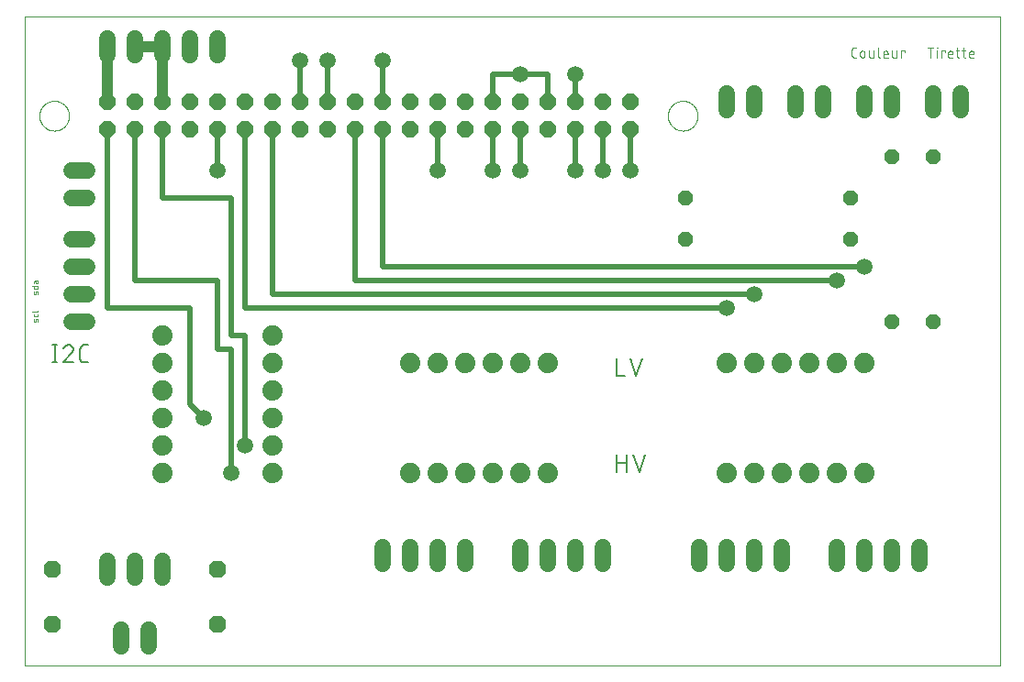
<source format=gtl>
G75*
%MOIN*%
%OFA0B0*%
%FSLAX25Y25*%
%IPPOS*%
%LPD*%
%AMOC8*
5,1,8,0,0,1.08239X$1,22.5*
%
%ADD10C,0.00000*%
%ADD11C,0.00600*%
%ADD12C,0.00200*%
%ADD13C,0.00300*%
%ADD14C,0.07400*%
%ADD15C,0.05937*%
%ADD16OC8,0.06300*%
%ADD17C,0.06000*%
%ADD18OC8,0.05200*%
%ADD19OC8,0.06000*%
%ADD20C,0.05906*%
%ADD21C,0.02000*%
%ADD22C,0.04000*%
D10*
X0004000Y0013000D02*
X0004000Y0249220D01*
X0358331Y0249220D01*
X0358331Y0013000D01*
X0004000Y0013000D01*
X0009414Y0213000D02*
X0009416Y0213147D01*
X0009422Y0213293D01*
X0009432Y0213439D01*
X0009446Y0213585D01*
X0009464Y0213731D01*
X0009485Y0213876D01*
X0009511Y0214020D01*
X0009541Y0214164D01*
X0009574Y0214306D01*
X0009611Y0214448D01*
X0009652Y0214589D01*
X0009697Y0214728D01*
X0009746Y0214867D01*
X0009798Y0215004D01*
X0009855Y0215139D01*
X0009914Y0215273D01*
X0009978Y0215405D01*
X0010045Y0215535D01*
X0010115Y0215664D01*
X0010189Y0215791D01*
X0010266Y0215915D01*
X0010347Y0216038D01*
X0010431Y0216158D01*
X0010518Y0216276D01*
X0010608Y0216391D01*
X0010701Y0216504D01*
X0010798Y0216615D01*
X0010897Y0216723D01*
X0010999Y0216828D01*
X0011104Y0216930D01*
X0011212Y0217029D01*
X0011323Y0217126D01*
X0011436Y0217219D01*
X0011551Y0217309D01*
X0011669Y0217396D01*
X0011789Y0217480D01*
X0011912Y0217561D01*
X0012036Y0217638D01*
X0012163Y0217712D01*
X0012292Y0217782D01*
X0012422Y0217849D01*
X0012554Y0217913D01*
X0012688Y0217972D01*
X0012823Y0218029D01*
X0012960Y0218081D01*
X0013099Y0218130D01*
X0013238Y0218175D01*
X0013379Y0218216D01*
X0013521Y0218253D01*
X0013663Y0218286D01*
X0013807Y0218316D01*
X0013951Y0218342D01*
X0014096Y0218363D01*
X0014242Y0218381D01*
X0014388Y0218395D01*
X0014534Y0218405D01*
X0014680Y0218411D01*
X0014827Y0218413D01*
X0014974Y0218411D01*
X0015120Y0218405D01*
X0015266Y0218395D01*
X0015412Y0218381D01*
X0015558Y0218363D01*
X0015703Y0218342D01*
X0015847Y0218316D01*
X0015991Y0218286D01*
X0016133Y0218253D01*
X0016275Y0218216D01*
X0016416Y0218175D01*
X0016555Y0218130D01*
X0016694Y0218081D01*
X0016831Y0218029D01*
X0016966Y0217972D01*
X0017100Y0217913D01*
X0017232Y0217849D01*
X0017362Y0217782D01*
X0017491Y0217712D01*
X0017618Y0217638D01*
X0017742Y0217561D01*
X0017865Y0217480D01*
X0017985Y0217396D01*
X0018103Y0217309D01*
X0018218Y0217219D01*
X0018331Y0217126D01*
X0018442Y0217029D01*
X0018550Y0216930D01*
X0018655Y0216828D01*
X0018757Y0216723D01*
X0018856Y0216615D01*
X0018953Y0216504D01*
X0019046Y0216391D01*
X0019136Y0216276D01*
X0019223Y0216158D01*
X0019307Y0216038D01*
X0019388Y0215915D01*
X0019465Y0215791D01*
X0019539Y0215664D01*
X0019609Y0215535D01*
X0019676Y0215405D01*
X0019740Y0215273D01*
X0019799Y0215139D01*
X0019856Y0215004D01*
X0019908Y0214867D01*
X0019957Y0214728D01*
X0020002Y0214589D01*
X0020043Y0214448D01*
X0020080Y0214306D01*
X0020113Y0214164D01*
X0020143Y0214020D01*
X0020169Y0213876D01*
X0020190Y0213731D01*
X0020208Y0213585D01*
X0020222Y0213439D01*
X0020232Y0213293D01*
X0020238Y0213147D01*
X0020240Y0213000D01*
X0020238Y0212853D01*
X0020232Y0212707D01*
X0020222Y0212561D01*
X0020208Y0212415D01*
X0020190Y0212269D01*
X0020169Y0212124D01*
X0020143Y0211980D01*
X0020113Y0211836D01*
X0020080Y0211694D01*
X0020043Y0211552D01*
X0020002Y0211411D01*
X0019957Y0211272D01*
X0019908Y0211133D01*
X0019856Y0210996D01*
X0019799Y0210861D01*
X0019740Y0210727D01*
X0019676Y0210595D01*
X0019609Y0210465D01*
X0019539Y0210336D01*
X0019465Y0210209D01*
X0019388Y0210085D01*
X0019307Y0209962D01*
X0019223Y0209842D01*
X0019136Y0209724D01*
X0019046Y0209609D01*
X0018953Y0209496D01*
X0018856Y0209385D01*
X0018757Y0209277D01*
X0018655Y0209172D01*
X0018550Y0209070D01*
X0018442Y0208971D01*
X0018331Y0208874D01*
X0018218Y0208781D01*
X0018103Y0208691D01*
X0017985Y0208604D01*
X0017865Y0208520D01*
X0017742Y0208439D01*
X0017618Y0208362D01*
X0017491Y0208288D01*
X0017362Y0208218D01*
X0017232Y0208151D01*
X0017100Y0208087D01*
X0016966Y0208028D01*
X0016831Y0207971D01*
X0016694Y0207919D01*
X0016555Y0207870D01*
X0016416Y0207825D01*
X0016275Y0207784D01*
X0016133Y0207747D01*
X0015991Y0207714D01*
X0015847Y0207684D01*
X0015703Y0207658D01*
X0015558Y0207637D01*
X0015412Y0207619D01*
X0015266Y0207605D01*
X0015120Y0207595D01*
X0014974Y0207589D01*
X0014827Y0207587D01*
X0014680Y0207589D01*
X0014534Y0207595D01*
X0014388Y0207605D01*
X0014242Y0207619D01*
X0014096Y0207637D01*
X0013951Y0207658D01*
X0013807Y0207684D01*
X0013663Y0207714D01*
X0013521Y0207747D01*
X0013379Y0207784D01*
X0013238Y0207825D01*
X0013099Y0207870D01*
X0012960Y0207919D01*
X0012823Y0207971D01*
X0012688Y0208028D01*
X0012554Y0208087D01*
X0012422Y0208151D01*
X0012292Y0208218D01*
X0012163Y0208288D01*
X0012036Y0208362D01*
X0011912Y0208439D01*
X0011789Y0208520D01*
X0011669Y0208604D01*
X0011551Y0208691D01*
X0011436Y0208781D01*
X0011323Y0208874D01*
X0011212Y0208971D01*
X0011104Y0209070D01*
X0010999Y0209172D01*
X0010897Y0209277D01*
X0010798Y0209385D01*
X0010701Y0209496D01*
X0010608Y0209609D01*
X0010518Y0209724D01*
X0010431Y0209842D01*
X0010347Y0209962D01*
X0010266Y0210085D01*
X0010189Y0210209D01*
X0010115Y0210336D01*
X0010045Y0210465D01*
X0009978Y0210595D01*
X0009914Y0210727D01*
X0009855Y0210861D01*
X0009798Y0210996D01*
X0009746Y0211133D01*
X0009697Y0211272D01*
X0009652Y0211411D01*
X0009611Y0211552D01*
X0009574Y0211694D01*
X0009541Y0211836D01*
X0009511Y0211980D01*
X0009485Y0212124D01*
X0009464Y0212269D01*
X0009446Y0212415D01*
X0009432Y0212561D01*
X0009422Y0212707D01*
X0009416Y0212853D01*
X0009414Y0213000D01*
X0237760Y0213000D02*
X0237762Y0213147D01*
X0237768Y0213293D01*
X0237778Y0213439D01*
X0237792Y0213585D01*
X0237810Y0213731D01*
X0237831Y0213876D01*
X0237857Y0214020D01*
X0237887Y0214164D01*
X0237920Y0214306D01*
X0237957Y0214448D01*
X0237998Y0214589D01*
X0238043Y0214728D01*
X0238092Y0214867D01*
X0238144Y0215004D01*
X0238201Y0215139D01*
X0238260Y0215273D01*
X0238324Y0215405D01*
X0238391Y0215535D01*
X0238461Y0215664D01*
X0238535Y0215791D01*
X0238612Y0215915D01*
X0238693Y0216038D01*
X0238777Y0216158D01*
X0238864Y0216276D01*
X0238954Y0216391D01*
X0239047Y0216504D01*
X0239144Y0216615D01*
X0239243Y0216723D01*
X0239345Y0216828D01*
X0239450Y0216930D01*
X0239558Y0217029D01*
X0239669Y0217126D01*
X0239782Y0217219D01*
X0239897Y0217309D01*
X0240015Y0217396D01*
X0240135Y0217480D01*
X0240258Y0217561D01*
X0240382Y0217638D01*
X0240509Y0217712D01*
X0240638Y0217782D01*
X0240768Y0217849D01*
X0240900Y0217913D01*
X0241034Y0217972D01*
X0241169Y0218029D01*
X0241306Y0218081D01*
X0241445Y0218130D01*
X0241584Y0218175D01*
X0241725Y0218216D01*
X0241867Y0218253D01*
X0242009Y0218286D01*
X0242153Y0218316D01*
X0242297Y0218342D01*
X0242442Y0218363D01*
X0242588Y0218381D01*
X0242734Y0218395D01*
X0242880Y0218405D01*
X0243026Y0218411D01*
X0243173Y0218413D01*
X0243320Y0218411D01*
X0243466Y0218405D01*
X0243612Y0218395D01*
X0243758Y0218381D01*
X0243904Y0218363D01*
X0244049Y0218342D01*
X0244193Y0218316D01*
X0244337Y0218286D01*
X0244479Y0218253D01*
X0244621Y0218216D01*
X0244762Y0218175D01*
X0244901Y0218130D01*
X0245040Y0218081D01*
X0245177Y0218029D01*
X0245312Y0217972D01*
X0245446Y0217913D01*
X0245578Y0217849D01*
X0245708Y0217782D01*
X0245837Y0217712D01*
X0245964Y0217638D01*
X0246088Y0217561D01*
X0246211Y0217480D01*
X0246331Y0217396D01*
X0246449Y0217309D01*
X0246564Y0217219D01*
X0246677Y0217126D01*
X0246788Y0217029D01*
X0246896Y0216930D01*
X0247001Y0216828D01*
X0247103Y0216723D01*
X0247202Y0216615D01*
X0247299Y0216504D01*
X0247392Y0216391D01*
X0247482Y0216276D01*
X0247569Y0216158D01*
X0247653Y0216038D01*
X0247734Y0215915D01*
X0247811Y0215791D01*
X0247885Y0215664D01*
X0247955Y0215535D01*
X0248022Y0215405D01*
X0248086Y0215273D01*
X0248145Y0215139D01*
X0248202Y0215004D01*
X0248254Y0214867D01*
X0248303Y0214728D01*
X0248348Y0214589D01*
X0248389Y0214448D01*
X0248426Y0214306D01*
X0248459Y0214164D01*
X0248489Y0214020D01*
X0248515Y0213876D01*
X0248536Y0213731D01*
X0248554Y0213585D01*
X0248568Y0213439D01*
X0248578Y0213293D01*
X0248584Y0213147D01*
X0248586Y0213000D01*
X0248584Y0212853D01*
X0248578Y0212707D01*
X0248568Y0212561D01*
X0248554Y0212415D01*
X0248536Y0212269D01*
X0248515Y0212124D01*
X0248489Y0211980D01*
X0248459Y0211836D01*
X0248426Y0211694D01*
X0248389Y0211552D01*
X0248348Y0211411D01*
X0248303Y0211272D01*
X0248254Y0211133D01*
X0248202Y0210996D01*
X0248145Y0210861D01*
X0248086Y0210727D01*
X0248022Y0210595D01*
X0247955Y0210465D01*
X0247885Y0210336D01*
X0247811Y0210209D01*
X0247734Y0210085D01*
X0247653Y0209962D01*
X0247569Y0209842D01*
X0247482Y0209724D01*
X0247392Y0209609D01*
X0247299Y0209496D01*
X0247202Y0209385D01*
X0247103Y0209277D01*
X0247001Y0209172D01*
X0246896Y0209070D01*
X0246788Y0208971D01*
X0246677Y0208874D01*
X0246564Y0208781D01*
X0246449Y0208691D01*
X0246331Y0208604D01*
X0246211Y0208520D01*
X0246088Y0208439D01*
X0245964Y0208362D01*
X0245837Y0208288D01*
X0245708Y0208218D01*
X0245578Y0208151D01*
X0245446Y0208087D01*
X0245312Y0208028D01*
X0245177Y0207971D01*
X0245040Y0207919D01*
X0244901Y0207870D01*
X0244762Y0207825D01*
X0244621Y0207784D01*
X0244479Y0207747D01*
X0244337Y0207714D01*
X0244193Y0207684D01*
X0244049Y0207658D01*
X0243904Y0207637D01*
X0243758Y0207619D01*
X0243612Y0207605D01*
X0243466Y0207595D01*
X0243320Y0207589D01*
X0243173Y0207587D01*
X0243026Y0207589D01*
X0242880Y0207595D01*
X0242734Y0207605D01*
X0242588Y0207619D01*
X0242442Y0207637D01*
X0242297Y0207658D01*
X0242153Y0207684D01*
X0242009Y0207714D01*
X0241867Y0207747D01*
X0241725Y0207784D01*
X0241584Y0207825D01*
X0241445Y0207870D01*
X0241306Y0207919D01*
X0241169Y0207971D01*
X0241034Y0208028D01*
X0240900Y0208087D01*
X0240768Y0208151D01*
X0240638Y0208218D01*
X0240509Y0208288D01*
X0240382Y0208362D01*
X0240258Y0208439D01*
X0240135Y0208520D01*
X0240015Y0208604D01*
X0239897Y0208691D01*
X0239782Y0208781D01*
X0239669Y0208874D01*
X0239558Y0208971D01*
X0239450Y0209070D01*
X0239345Y0209172D01*
X0239243Y0209277D01*
X0239144Y0209385D01*
X0239047Y0209496D01*
X0238954Y0209609D01*
X0238864Y0209724D01*
X0238777Y0209842D01*
X0238693Y0209962D01*
X0238612Y0210085D01*
X0238535Y0210209D01*
X0238461Y0210336D01*
X0238391Y0210465D01*
X0238324Y0210595D01*
X0238260Y0210727D01*
X0238201Y0210861D01*
X0238144Y0210996D01*
X0238092Y0211133D01*
X0238043Y0211272D01*
X0237998Y0211411D01*
X0237957Y0211552D01*
X0237920Y0211694D01*
X0237887Y0211836D01*
X0237857Y0211980D01*
X0237831Y0212124D01*
X0237810Y0212269D01*
X0237792Y0212415D01*
X0237778Y0212561D01*
X0237768Y0212707D01*
X0237762Y0212853D01*
X0237760Y0213000D01*
D11*
X0228328Y0124700D02*
X0226194Y0118300D01*
X0224061Y0124700D01*
X0219300Y0124700D02*
X0219300Y0118300D01*
X0222144Y0118300D01*
X0222856Y0089700D02*
X0222856Y0083300D01*
X0219300Y0083300D02*
X0219300Y0089700D01*
X0219300Y0086856D02*
X0222856Y0086856D01*
X0225304Y0089700D02*
X0227437Y0083300D01*
X0229570Y0089700D01*
X0027139Y0123300D02*
X0025717Y0123300D01*
X0025643Y0123302D01*
X0025568Y0123308D01*
X0025495Y0123318D01*
X0025421Y0123331D01*
X0025349Y0123348D01*
X0025278Y0123370D01*
X0025207Y0123394D01*
X0025139Y0123423D01*
X0025071Y0123455D01*
X0025006Y0123491D01*
X0024943Y0123529D01*
X0024881Y0123572D01*
X0024822Y0123617D01*
X0024765Y0123665D01*
X0024711Y0123716D01*
X0024660Y0123770D01*
X0024612Y0123827D01*
X0024567Y0123886D01*
X0024524Y0123948D01*
X0024486Y0124011D01*
X0024450Y0124076D01*
X0024418Y0124144D01*
X0024389Y0124212D01*
X0024365Y0124283D01*
X0024343Y0124354D01*
X0024326Y0124426D01*
X0024313Y0124500D01*
X0024303Y0124573D01*
X0024297Y0124648D01*
X0024295Y0124722D01*
X0024295Y0128278D01*
X0024297Y0128352D01*
X0024303Y0128427D01*
X0024313Y0128500D01*
X0024326Y0128574D01*
X0024343Y0128646D01*
X0024365Y0128717D01*
X0024389Y0128788D01*
X0024418Y0128856D01*
X0024450Y0128924D01*
X0024486Y0128989D01*
X0024524Y0129052D01*
X0024567Y0129114D01*
X0024612Y0129173D01*
X0024660Y0129229D01*
X0024711Y0129284D01*
X0024765Y0129335D01*
X0024822Y0129383D01*
X0024881Y0129428D01*
X0024943Y0129471D01*
X0025006Y0129509D01*
X0025071Y0129545D01*
X0025139Y0129577D01*
X0025207Y0129606D01*
X0025278Y0129630D01*
X0025349Y0129652D01*
X0025421Y0129669D01*
X0025495Y0129682D01*
X0025568Y0129692D01*
X0025643Y0129698D01*
X0025717Y0129700D01*
X0027139Y0129700D01*
X0021179Y0126856D02*
X0018157Y0123300D01*
X0021712Y0123300D01*
X0018156Y0128277D02*
X0018185Y0128362D01*
X0018218Y0128445D01*
X0018255Y0128526D01*
X0018295Y0128606D01*
X0018338Y0128683D01*
X0018385Y0128759D01*
X0018435Y0128833D01*
X0018488Y0128905D01*
X0018544Y0128974D01*
X0018603Y0129041D01*
X0018665Y0129105D01*
X0018730Y0129166D01*
X0018797Y0129225D01*
X0018867Y0129280D01*
X0018939Y0129333D01*
X0019013Y0129382D01*
X0019090Y0129428D01*
X0019168Y0129470D01*
X0019248Y0129510D01*
X0019330Y0129545D01*
X0019413Y0129578D01*
X0019497Y0129606D01*
X0019583Y0129631D01*
X0019670Y0129652D01*
X0019757Y0129669D01*
X0019845Y0129683D01*
X0019934Y0129692D01*
X0020023Y0129698D01*
X0020112Y0129700D01*
X0020191Y0129698D01*
X0020269Y0129692D01*
X0020347Y0129683D01*
X0020424Y0129669D01*
X0020501Y0129652D01*
X0020576Y0129631D01*
X0020651Y0129606D01*
X0020724Y0129578D01*
X0020796Y0129546D01*
X0020866Y0129511D01*
X0020935Y0129472D01*
X0021001Y0129430D01*
X0021065Y0129385D01*
X0021127Y0129337D01*
X0021186Y0129286D01*
X0021243Y0129231D01*
X0021298Y0129174D01*
X0021349Y0129115D01*
X0021397Y0129053D01*
X0021442Y0128989D01*
X0021484Y0128923D01*
X0021523Y0128854D01*
X0021558Y0128784D01*
X0021590Y0128712D01*
X0021618Y0128639D01*
X0021643Y0128564D01*
X0021664Y0128489D01*
X0021681Y0128412D01*
X0021695Y0128335D01*
X0021704Y0128257D01*
X0021710Y0128179D01*
X0021712Y0128100D01*
X0021713Y0128100D02*
X0021711Y0128018D01*
X0021705Y0127936D01*
X0021695Y0127855D01*
X0021682Y0127774D01*
X0021664Y0127694D01*
X0021643Y0127615D01*
X0021618Y0127537D01*
X0021590Y0127461D01*
X0021557Y0127385D01*
X0021522Y0127312D01*
X0021482Y0127240D01*
X0021440Y0127170D01*
X0021394Y0127102D01*
X0021345Y0127037D01*
X0021293Y0126974D01*
X0021237Y0126913D01*
X0021180Y0126855D01*
X0015722Y0129700D02*
X0014300Y0129700D01*
X0015011Y0129700D02*
X0015011Y0123300D01*
X0014300Y0123300D02*
X0015722Y0123300D01*
D12*
X0007433Y0138467D02*
X0007436Y0138538D01*
X0007442Y0138608D01*
X0007452Y0138679D01*
X0007466Y0138748D01*
X0007483Y0138817D01*
X0007504Y0138885D01*
X0007528Y0138951D01*
X0007555Y0139017D01*
X0007433Y0138467D02*
X0007434Y0138431D01*
X0007440Y0138397D01*
X0007449Y0138363D01*
X0007462Y0138330D01*
X0007478Y0138299D01*
X0007498Y0138270D01*
X0007521Y0138243D01*
X0007547Y0138219D01*
X0007575Y0138198D01*
X0007605Y0138180D01*
X0007637Y0138166D01*
X0007671Y0138155D01*
X0007705Y0138148D01*
X0007740Y0138145D01*
X0007775Y0138146D01*
X0007810Y0138151D01*
X0007844Y0138159D01*
X0007877Y0138172D01*
X0007909Y0138188D01*
X0007938Y0138207D01*
X0007965Y0138229D01*
X0007990Y0138255D01*
X0008011Y0138282D01*
X0008029Y0138312D01*
X0008044Y0138344D01*
X0008289Y0138956D01*
X0008304Y0138988D01*
X0008322Y0139018D01*
X0008343Y0139045D01*
X0008368Y0139071D01*
X0008395Y0139093D01*
X0008424Y0139112D01*
X0008456Y0139128D01*
X0008489Y0139141D01*
X0008523Y0139149D01*
X0008558Y0139154D01*
X0008593Y0139155D01*
X0008628Y0139152D01*
X0008662Y0139145D01*
X0008696Y0139134D01*
X0008728Y0139120D01*
X0008758Y0139102D01*
X0008786Y0139081D01*
X0008812Y0139057D01*
X0008835Y0139030D01*
X0008855Y0139001D01*
X0008871Y0138970D01*
X0008884Y0138937D01*
X0008893Y0138903D01*
X0008899Y0138869D01*
X0008900Y0138833D01*
X0008533Y0140036D02*
X0007800Y0140036D01*
X0007800Y0140035D02*
X0007764Y0140037D01*
X0007728Y0140042D01*
X0007693Y0140051D01*
X0007660Y0140063D01*
X0007627Y0140078D01*
X0007596Y0140097D01*
X0007567Y0140118D01*
X0007540Y0140142D01*
X0007516Y0140169D01*
X0007495Y0140198D01*
X0007476Y0140229D01*
X0007461Y0140262D01*
X0007449Y0140295D01*
X0007440Y0140330D01*
X0007435Y0140366D01*
X0007433Y0140402D01*
X0007433Y0140891D01*
X0006700Y0141716D02*
X0008533Y0141716D01*
X0008569Y0141718D01*
X0008605Y0141723D01*
X0008640Y0141732D01*
X0008673Y0141744D01*
X0008706Y0141759D01*
X0008737Y0141778D01*
X0008766Y0141799D01*
X0008793Y0141823D01*
X0008817Y0141850D01*
X0008838Y0141879D01*
X0008857Y0141910D01*
X0008872Y0141943D01*
X0008884Y0141976D01*
X0008893Y0142011D01*
X0008898Y0142047D01*
X0008900Y0142083D01*
X0008900Y0140891D02*
X0008900Y0140402D01*
X0008898Y0140366D01*
X0008893Y0140330D01*
X0008884Y0140295D01*
X0008872Y0140262D01*
X0008857Y0140229D01*
X0008838Y0140198D01*
X0008817Y0140169D01*
X0008793Y0140142D01*
X0008766Y0140118D01*
X0008737Y0140097D01*
X0008706Y0140078D01*
X0008673Y0140063D01*
X0008640Y0140051D01*
X0008605Y0140042D01*
X0008569Y0140037D01*
X0008533Y0140035D01*
X0008900Y0138833D02*
X0008897Y0138748D01*
X0008890Y0138662D01*
X0008880Y0138577D01*
X0008867Y0138492D01*
X0008849Y0138408D01*
X0008829Y0138325D01*
X0008805Y0138242D01*
X0008778Y0138161D01*
X0008044Y0148344D02*
X0008289Y0148956D01*
X0008304Y0148988D01*
X0008322Y0149018D01*
X0008343Y0149045D01*
X0008368Y0149071D01*
X0008395Y0149093D01*
X0008424Y0149112D01*
X0008456Y0149128D01*
X0008489Y0149141D01*
X0008523Y0149149D01*
X0008558Y0149154D01*
X0008593Y0149155D01*
X0008628Y0149152D01*
X0008662Y0149145D01*
X0008696Y0149134D01*
X0008728Y0149120D01*
X0008758Y0149102D01*
X0008786Y0149081D01*
X0008812Y0149057D01*
X0008835Y0149030D01*
X0008855Y0149001D01*
X0008871Y0148970D01*
X0008884Y0148937D01*
X0008893Y0148903D01*
X0008899Y0148869D01*
X0008900Y0148833D01*
X0007555Y0149017D02*
X0007528Y0148951D01*
X0007504Y0148885D01*
X0007483Y0148817D01*
X0007466Y0148748D01*
X0007452Y0148679D01*
X0007442Y0148608D01*
X0007436Y0148538D01*
X0007433Y0148467D01*
X0007434Y0148431D01*
X0007440Y0148397D01*
X0007449Y0148363D01*
X0007462Y0148330D01*
X0007478Y0148299D01*
X0007498Y0148270D01*
X0007521Y0148243D01*
X0007547Y0148219D01*
X0007575Y0148198D01*
X0007605Y0148180D01*
X0007637Y0148166D01*
X0007671Y0148155D01*
X0007705Y0148148D01*
X0007740Y0148145D01*
X0007775Y0148146D01*
X0007810Y0148151D01*
X0007844Y0148159D01*
X0007877Y0148172D01*
X0007909Y0148188D01*
X0007938Y0148207D01*
X0007965Y0148229D01*
X0007990Y0148255D01*
X0008011Y0148282D01*
X0008029Y0148312D01*
X0008044Y0148344D01*
X0008778Y0148161D02*
X0008805Y0148242D01*
X0008829Y0148325D01*
X0008849Y0148408D01*
X0008867Y0148492D01*
X0008880Y0148577D01*
X0008890Y0148662D01*
X0008897Y0148748D01*
X0008900Y0148833D01*
X0008533Y0150022D02*
X0007800Y0150022D01*
X0007800Y0150021D02*
X0007764Y0150023D01*
X0007728Y0150028D01*
X0007693Y0150037D01*
X0007660Y0150049D01*
X0007627Y0150064D01*
X0007596Y0150083D01*
X0007567Y0150104D01*
X0007540Y0150128D01*
X0007516Y0150155D01*
X0007495Y0150184D01*
X0007476Y0150215D01*
X0007461Y0150248D01*
X0007449Y0150281D01*
X0007440Y0150316D01*
X0007435Y0150352D01*
X0007433Y0150388D01*
X0007433Y0151000D01*
X0006700Y0151000D02*
X0008900Y0151000D01*
X0008900Y0150388D01*
X0008898Y0150352D01*
X0008893Y0150316D01*
X0008884Y0150281D01*
X0008872Y0150248D01*
X0008857Y0150215D01*
X0008838Y0150184D01*
X0008817Y0150155D01*
X0008793Y0150128D01*
X0008766Y0150104D01*
X0008737Y0150083D01*
X0008706Y0150064D01*
X0008673Y0150049D01*
X0008640Y0150037D01*
X0008605Y0150028D01*
X0008569Y0150023D01*
X0008533Y0150021D01*
X0007433Y0152088D02*
X0007433Y0152577D01*
X0007435Y0152613D01*
X0007440Y0152649D01*
X0007449Y0152684D01*
X0007461Y0152717D01*
X0007476Y0152750D01*
X0007495Y0152781D01*
X0007516Y0152810D01*
X0007540Y0152837D01*
X0007567Y0152861D01*
X0007596Y0152882D01*
X0007627Y0152901D01*
X0007660Y0152916D01*
X0007693Y0152928D01*
X0007728Y0152937D01*
X0007764Y0152942D01*
X0007800Y0152944D01*
X0007800Y0152943D02*
X0008900Y0152943D01*
X0008900Y0152393D01*
X0008898Y0152354D01*
X0008893Y0152314D01*
X0008884Y0152276D01*
X0008871Y0152238D01*
X0008855Y0152202D01*
X0008836Y0152168D01*
X0008814Y0152135D01*
X0008788Y0152105D01*
X0008760Y0152077D01*
X0008730Y0152051D01*
X0008697Y0152029D01*
X0008663Y0152010D01*
X0008627Y0151994D01*
X0008589Y0151981D01*
X0008551Y0151972D01*
X0008511Y0151967D01*
X0008472Y0151965D01*
X0008433Y0151967D01*
X0008393Y0151972D01*
X0008355Y0151981D01*
X0008317Y0151994D01*
X0008281Y0152010D01*
X0008247Y0152029D01*
X0008214Y0152051D01*
X0008184Y0152077D01*
X0008156Y0152105D01*
X0008130Y0152135D01*
X0008108Y0152168D01*
X0008089Y0152202D01*
X0008073Y0152238D01*
X0008060Y0152276D01*
X0008051Y0152314D01*
X0008046Y0152354D01*
X0008044Y0152393D01*
X0008044Y0152943D01*
D13*
X0304621Y0234972D02*
X0304621Y0237028D01*
X0304623Y0237084D01*
X0304629Y0237140D01*
X0304638Y0237195D01*
X0304651Y0237250D01*
X0304668Y0237303D01*
X0304689Y0237355D01*
X0304713Y0237406D01*
X0304741Y0237455D01*
X0304771Y0237502D01*
X0304805Y0237547D01*
X0304842Y0237589D01*
X0304882Y0237629D01*
X0304924Y0237666D01*
X0304969Y0237700D01*
X0305016Y0237730D01*
X0305065Y0237758D01*
X0305116Y0237782D01*
X0305168Y0237803D01*
X0305221Y0237820D01*
X0305276Y0237833D01*
X0305331Y0237842D01*
X0305387Y0237848D01*
X0305443Y0237850D01*
X0306265Y0237850D01*
X0307596Y0235794D02*
X0307596Y0234972D01*
X0307597Y0234972D02*
X0307599Y0234916D01*
X0307605Y0234860D01*
X0307614Y0234805D01*
X0307627Y0234750D01*
X0307644Y0234697D01*
X0307665Y0234645D01*
X0307689Y0234594D01*
X0307717Y0234545D01*
X0307747Y0234498D01*
X0307781Y0234453D01*
X0307818Y0234411D01*
X0307858Y0234371D01*
X0307900Y0234334D01*
X0307945Y0234300D01*
X0307992Y0234270D01*
X0308041Y0234242D01*
X0308092Y0234218D01*
X0308144Y0234197D01*
X0308197Y0234180D01*
X0308252Y0234167D01*
X0308307Y0234158D01*
X0308363Y0234152D01*
X0308419Y0234150D01*
X0308475Y0234152D01*
X0308531Y0234158D01*
X0308586Y0234167D01*
X0308641Y0234180D01*
X0308694Y0234197D01*
X0308746Y0234218D01*
X0308797Y0234242D01*
X0308846Y0234270D01*
X0308893Y0234300D01*
X0308938Y0234334D01*
X0308980Y0234371D01*
X0309020Y0234411D01*
X0309057Y0234453D01*
X0309091Y0234498D01*
X0309121Y0234545D01*
X0309149Y0234594D01*
X0309173Y0234645D01*
X0309194Y0234697D01*
X0309211Y0234750D01*
X0309224Y0234805D01*
X0309233Y0234860D01*
X0309239Y0234916D01*
X0309241Y0234972D01*
X0309241Y0235794D01*
X0309239Y0235850D01*
X0309233Y0235906D01*
X0309224Y0235961D01*
X0309211Y0236016D01*
X0309194Y0236069D01*
X0309173Y0236121D01*
X0309149Y0236172D01*
X0309121Y0236221D01*
X0309091Y0236268D01*
X0309057Y0236313D01*
X0309020Y0236355D01*
X0308980Y0236395D01*
X0308938Y0236432D01*
X0308893Y0236466D01*
X0308846Y0236496D01*
X0308797Y0236524D01*
X0308746Y0236548D01*
X0308694Y0236569D01*
X0308641Y0236586D01*
X0308586Y0236599D01*
X0308531Y0236608D01*
X0308475Y0236614D01*
X0308419Y0236616D01*
X0308363Y0236614D01*
X0308307Y0236608D01*
X0308252Y0236599D01*
X0308197Y0236586D01*
X0308144Y0236569D01*
X0308092Y0236548D01*
X0308041Y0236524D01*
X0307992Y0236496D01*
X0307945Y0236466D01*
X0307900Y0236432D01*
X0307858Y0236395D01*
X0307818Y0236355D01*
X0307781Y0236313D01*
X0307747Y0236268D01*
X0307717Y0236221D01*
X0307689Y0236172D01*
X0307665Y0236121D01*
X0307644Y0236069D01*
X0307627Y0236016D01*
X0307614Y0235961D01*
X0307605Y0235906D01*
X0307599Y0235850D01*
X0307597Y0235794D01*
X0306265Y0234150D02*
X0305443Y0234150D01*
X0305387Y0234152D01*
X0305331Y0234158D01*
X0305276Y0234167D01*
X0305221Y0234180D01*
X0305168Y0234197D01*
X0305116Y0234218D01*
X0305065Y0234242D01*
X0305016Y0234270D01*
X0304969Y0234300D01*
X0304924Y0234334D01*
X0304882Y0234371D01*
X0304842Y0234411D01*
X0304805Y0234453D01*
X0304771Y0234498D01*
X0304741Y0234545D01*
X0304713Y0234594D01*
X0304689Y0234645D01*
X0304668Y0234697D01*
X0304651Y0234750D01*
X0304638Y0234805D01*
X0304629Y0234860D01*
X0304623Y0234916D01*
X0304621Y0234972D01*
X0310836Y0234767D02*
X0310836Y0236617D01*
X0312481Y0236617D02*
X0312481Y0234150D01*
X0311453Y0234150D01*
X0311405Y0234152D01*
X0311356Y0234158D01*
X0311309Y0234167D01*
X0311262Y0234180D01*
X0311217Y0234197D01*
X0311173Y0234217D01*
X0311131Y0234241D01*
X0311090Y0234268D01*
X0311052Y0234298D01*
X0311017Y0234331D01*
X0310984Y0234366D01*
X0310954Y0234404D01*
X0310927Y0234445D01*
X0310903Y0234487D01*
X0310883Y0234531D01*
X0310866Y0234576D01*
X0310853Y0234623D01*
X0310844Y0234670D01*
X0310838Y0234719D01*
X0310836Y0234767D01*
X0314126Y0234767D02*
X0314126Y0237850D01*
X0315996Y0235794D02*
X0315996Y0234767D01*
X0315996Y0235383D02*
X0317641Y0235383D01*
X0317641Y0235794D01*
X0317639Y0235850D01*
X0317633Y0235906D01*
X0317624Y0235961D01*
X0317611Y0236016D01*
X0317594Y0236069D01*
X0317573Y0236121D01*
X0317549Y0236172D01*
X0317521Y0236221D01*
X0317491Y0236268D01*
X0317457Y0236313D01*
X0317420Y0236355D01*
X0317380Y0236395D01*
X0317338Y0236432D01*
X0317293Y0236466D01*
X0317246Y0236496D01*
X0317197Y0236524D01*
X0317146Y0236548D01*
X0317094Y0236569D01*
X0317041Y0236586D01*
X0316986Y0236599D01*
X0316931Y0236608D01*
X0316875Y0236614D01*
X0316819Y0236616D01*
X0316763Y0236614D01*
X0316707Y0236608D01*
X0316652Y0236599D01*
X0316597Y0236586D01*
X0316544Y0236569D01*
X0316492Y0236548D01*
X0316441Y0236524D01*
X0316392Y0236496D01*
X0316345Y0236466D01*
X0316300Y0236432D01*
X0316258Y0236395D01*
X0316218Y0236355D01*
X0316181Y0236313D01*
X0316147Y0236268D01*
X0316117Y0236221D01*
X0316089Y0236172D01*
X0316065Y0236121D01*
X0316044Y0236069D01*
X0316027Y0236016D01*
X0316014Y0235961D01*
X0316005Y0235906D01*
X0315999Y0235850D01*
X0315997Y0235794D01*
X0315996Y0234767D02*
X0315998Y0234719D01*
X0316004Y0234670D01*
X0316013Y0234623D01*
X0316026Y0234576D01*
X0316043Y0234531D01*
X0316063Y0234487D01*
X0316087Y0234445D01*
X0316114Y0234404D01*
X0316144Y0234366D01*
X0316177Y0234331D01*
X0316212Y0234298D01*
X0316250Y0234268D01*
X0316291Y0234241D01*
X0316333Y0234217D01*
X0316377Y0234197D01*
X0316422Y0234180D01*
X0316469Y0234167D01*
X0316516Y0234158D01*
X0316565Y0234152D01*
X0316613Y0234150D01*
X0317641Y0234150D01*
X0319236Y0234767D02*
X0319236Y0236617D01*
X0320881Y0236617D02*
X0320881Y0234150D01*
X0319853Y0234150D01*
X0319805Y0234152D01*
X0319756Y0234158D01*
X0319709Y0234167D01*
X0319662Y0234180D01*
X0319617Y0234197D01*
X0319573Y0234217D01*
X0319531Y0234241D01*
X0319490Y0234268D01*
X0319452Y0234298D01*
X0319417Y0234331D01*
X0319384Y0234366D01*
X0319354Y0234404D01*
X0319327Y0234445D01*
X0319303Y0234487D01*
X0319283Y0234531D01*
X0319266Y0234576D01*
X0319253Y0234623D01*
X0319244Y0234670D01*
X0319238Y0234719D01*
X0319236Y0234767D01*
X0322617Y0234150D02*
X0322617Y0236617D01*
X0323850Y0236617D01*
X0323850Y0236206D01*
X0314742Y0234150D02*
X0314694Y0234152D01*
X0314645Y0234158D01*
X0314598Y0234167D01*
X0314551Y0234180D01*
X0314506Y0234197D01*
X0314462Y0234217D01*
X0314420Y0234241D01*
X0314379Y0234268D01*
X0314341Y0234298D01*
X0314306Y0234331D01*
X0314273Y0234366D01*
X0314243Y0234404D01*
X0314216Y0234445D01*
X0314192Y0234487D01*
X0314172Y0234531D01*
X0314155Y0234576D01*
X0314142Y0234623D01*
X0314133Y0234670D01*
X0314127Y0234719D01*
X0314125Y0234767D01*
X0332240Y0237850D02*
X0334296Y0237850D01*
X0333268Y0237850D02*
X0333268Y0234150D01*
X0335548Y0234150D02*
X0335548Y0236617D01*
X0335651Y0237644D02*
X0335445Y0237644D01*
X0335445Y0237850D01*
X0335651Y0237850D01*
X0335651Y0237644D01*
X0337146Y0236617D02*
X0338379Y0236617D01*
X0338379Y0236206D01*
X0339526Y0235794D02*
X0339526Y0234767D01*
X0339525Y0234767D02*
X0339527Y0234719D01*
X0339533Y0234670D01*
X0339542Y0234623D01*
X0339555Y0234576D01*
X0339572Y0234531D01*
X0339592Y0234487D01*
X0339616Y0234445D01*
X0339643Y0234404D01*
X0339673Y0234366D01*
X0339706Y0234331D01*
X0339741Y0234298D01*
X0339779Y0234268D01*
X0339820Y0234241D01*
X0339862Y0234217D01*
X0339906Y0234197D01*
X0339951Y0234180D01*
X0339998Y0234167D01*
X0340045Y0234158D01*
X0340094Y0234152D01*
X0340142Y0234150D01*
X0341170Y0234150D01*
X0341170Y0235383D02*
X0339526Y0235383D01*
X0339526Y0235794D02*
X0339528Y0235850D01*
X0339534Y0235906D01*
X0339543Y0235961D01*
X0339556Y0236016D01*
X0339573Y0236069D01*
X0339594Y0236121D01*
X0339618Y0236172D01*
X0339646Y0236221D01*
X0339676Y0236268D01*
X0339710Y0236313D01*
X0339747Y0236355D01*
X0339787Y0236395D01*
X0339829Y0236432D01*
X0339874Y0236466D01*
X0339921Y0236496D01*
X0339970Y0236524D01*
X0340021Y0236548D01*
X0340073Y0236569D01*
X0340126Y0236586D01*
X0340181Y0236599D01*
X0340236Y0236608D01*
X0340292Y0236614D01*
X0340348Y0236616D01*
X0340404Y0236614D01*
X0340460Y0236608D01*
X0340515Y0236599D01*
X0340570Y0236586D01*
X0340623Y0236569D01*
X0340675Y0236548D01*
X0340726Y0236524D01*
X0340775Y0236496D01*
X0340822Y0236466D01*
X0340867Y0236432D01*
X0340909Y0236395D01*
X0340949Y0236355D01*
X0340986Y0236313D01*
X0341020Y0236268D01*
X0341050Y0236221D01*
X0341078Y0236172D01*
X0341102Y0236121D01*
X0341123Y0236069D01*
X0341140Y0236016D01*
X0341153Y0235961D01*
X0341162Y0235906D01*
X0341168Y0235850D01*
X0341170Y0235794D01*
X0341170Y0235383D01*
X0342754Y0234767D02*
X0342754Y0237850D01*
X0342343Y0236617D02*
X0343576Y0236617D01*
X0344623Y0236617D02*
X0345856Y0236617D01*
X0345034Y0237850D02*
X0345034Y0234767D01*
X0345036Y0234719D01*
X0345042Y0234670D01*
X0345051Y0234623D01*
X0345064Y0234576D01*
X0345081Y0234531D01*
X0345101Y0234487D01*
X0345125Y0234445D01*
X0345152Y0234404D01*
X0345182Y0234366D01*
X0345215Y0234331D01*
X0345250Y0234298D01*
X0345288Y0234268D01*
X0345329Y0234241D01*
X0345371Y0234217D01*
X0345415Y0234197D01*
X0345460Y0234180D01*
X0345507Y0234167D01*
X0345554Y0234158D01*
X0345603Y0234152D01*
X0345651Y0234150D01*
X0345856Y0234150D01*
X0347206Y0234767D02*
X0347206Y0235794D01*
X0347206Y0235383D02*
X0348850Y0235383D01*
X0348850Y0235794D01*
X0348848Y0235850D01*
X0348842Y0235906D01*
X0348833Y0235961D01*
X0348820Y0236016D01*
X0348803Y0236069D01*
X0348782Y0236121D01*
X0348758Y0236172D01*
X0348730Y0236221D01*
X0348700Y0236268D01*
X0348666Y0236313D01*
X0348629Y0236355D01*
X0348589Y0236395D01*
X0348547Y0236432D01*
X0348502Y0236466D01*
X0348455Y0236496D01*
X0348406Y0236524D01*
X0348355Y0236548D01*
X0348303Y0236569D01*
X0348250Y0236586D01*
X0348195Y0236599D01*
X0348140Y0236608D01*
X0348084Y0236614D01*
X0348028Y0236616D01*
X0347972Y0236614D01*
X0347916Y0236608D01*
X0347861Y0236599D01*
X0347806Y0236586D01*
X0347753Y0236569D01*
X0347701Y0236548D01*
X0347650Y0236524D01*
X0347601Y0236496D01*
X0347554Y0236466D01*
X0347509Y0236432D01*
X0347467Y0236395D01*
X0347427Y0236355D01*
X0347390Y0236313D01*
X0347356Y0236268D01*
X0347326Y0236221D01*
X0347298Y0236172D01*
X0347274Y0236121D01*
X0347253Y0236069D01*
X0347236Y0236016D01*
X0347223Y0235961D01*
X0347214Y0235906D01*
X0347208Y0235850D01*
X0347206Y0235794D01*
X0347205Y0234767D02*
X0347207Y0234719D01*
X0347213Y0234670D01*
X0347222Y0234623D01*
X0347235Y0234576D01*
X0347252Y0234531D01*
X0347272Y0234487D01*
X0347296Y0234445D01*
X0347323Y0234404D01*
X0347353Y0234366D01*
X0347386Y0234331D01*
X0347421Y0234298D01*
X0347459Y0234268D01*
X0347500Y0234241D01*
X0347542Y0234217D01*
X0347586Y0234197D01*
X0347631Y0234180D01*
X0347678Y0234167D01*
X0347725Y0234158D01*
X0347774Y0234152D01*
X0347822Y0234150D01*
X0348850Y0234150D01*
X0343576Y0234150D02*
X0343371Y0234150D01*
X0343323Y0234152D01*
X0343274Y0234158D01*
X0343227Y0234167D01*
X0343180Y0234180D01*
X0343135Y0234197D01*
X0343091Y0234217D01*
X0343049Y0234241D01*
X0343008Y0234268D01*
X0342970Y0234298D01*
X0342935Y0234331D01*
X0342902Y0234366D01*
X0342872Y0234404D01*
X0342845Y0234445D01*
X0342821Y0234487D01*
X0342801Y0234531D01*
X0342784Y0234576D01*
X0342771Y0234623D01*
X0342762Y0234670D01*
X0342756Y0234719D01*
X0342754Y0234767D01*
X0337146Y0234150D02*
X0337146Y0236617D01*
D14*
X0309000Y0123000D03*
X0299000Y0123000D03*
X0289000Y0123000D03*
X0279000Y0123000D03*
X0269000Y0123000D03*
X0259000Y0123000D03*
X0259000Y0083000D03*
X0269000Y0083000D03*
X0279000Y0083000D03*
X0289000Y0083000D03*
X0299000Y0083000D03*
X0309000Y0083000D03*
X0194000Y0083000D03*
X0184000Y0083000D03*
X0174000Y0083000D03*
X0164000Y0083000D03*
X0154000Y0083000D03*
X0144000Y0083000D03*
X0094000Y0083000D03*
X0094000Y0093000D03*
X0094000Y0103000D03*
X0094000Y0113000D03*
X0094000Y0123000D03*
X0094000Y0133000D03*
X0054000Y0133000D03*
X0054000Y0123000D03*
X0054000Y0113000D03*
X0054000Y0103000D03*
X0054000Y0093000D03*
X0054000Y0083000D03*
X0144000Y0123000D03*
X0154000Y0123000D03*
X0164000Y0123000D03*
X0174000Y0123000D03*
X0184000Y0123000D03*
X0194000Y0123000D03*
D15*
X0194000Y0055969D02*
X0194000Y0050031D01*
X0184000Y0050031D02*
X0184000Y0055969D01*
X0164000Y0055969D02*
X0164000Y0050031D01*
X0154000Y0050031D02*
X0154000Y0055969D01*
X0144000Y0055969D02*
X0144000Y0050031D01*
X0134000Y0050031D02*
X0134000Y0055969D01*
X0204000Y0055969D02*
X0204000Y0050031D01*
X0214000Y0050031D02*
X0214000Y0055969D01*
X0249000Y0055969D02*
X0249000Y0050031D01*
X0259000Y0050031D02*
X0259000Y0055969D01*
X0269000Y0055969D02*
X0269000Y0050031D01*
X0279000Y0050031D02*
X0279000Y0055969D01*
X0299000Y0055969D02*
X0299000Y0050031D01*
X0309000Y0050031D02*
X0309000Y0055969D01*
X0319000Y0055969D02*
X0319000Y0050031D01*
X0329000Y0050031D02*
X0329000Y0055969D01*
X0334000Y0215031D02*
X0334000Y0220969D01*
X0344000Y0220969D02*
X0344000Y0215031D01*
X0319000Y0215031D02*
X0319000Y0220969D01*
X0309000Y0220969D02*
X0309000Y0215031D01*
X0294000Y0215031D02*
X0294000Y0220969D01*
X0284000Y0220969D02*
X0284000Y0215031D01*
X0269000Y0215031D02*
X0269000Y0220969D01*
X0259000Y0220969D02*
X0259000Y0215031D01*
X0026969Y0193000D02*
X0021031Y0193000D01*
X0021031Y0183000D02*
X0026969Y0183000D01*
X0026969Y0168000D02*
X0021031Y0168000D01*
X0021031Y0158000D02*
X0026969Y0158000D01*
X0026969Y0148000D02*
X0021031Y0148000D01*
X0021031Y0138000D02*
X0026969Y0138000D01*
X0039000Y0025969D02*
X0039000Y0020031D01*
X0049000Y0020031D02*
X0049000Y0025969D01*
D16*
X0074000Y0028000D03*
X0074000Y0048000D03*
X0014000Y0048000D03*
X0014000Y0028000D03*
D17*
X0034000Y0045000D02*
X0034000Y0051000D01*
X0044000Y0051000D02*
X0044000Y0045000D01*
X0054000Y0045000D02*
X0054000Y0051000D01*
X0054000Y0235000D02*
X0054000Y0241000D01*
X0044000Y0241000D02*
X0044000Y0235000D01*
X0034000Y0235000D02*
X0034000Y0241000D01*
X0064000Y0241000D02*
X0064000Y0235000D01*
X0074000Y0235000D02*
X0074000Y0241000D01*
D18*
X0244000Y0183000D03*
X0244000Y0168000D03*
X0304000Y0168000D03*
X0304000Y0183000D03*
X0319000Y0198000D03*
X0334000Y0198000D03*
X0334000Y0138000D03*
X0319000Y0138000D03*
D19*
X0224000Y0208000D03*
X0214000Y0208000D03*
X0204000Y0208000D03*
X0194000Y0208000D03*
X0184000Y0208000D03*
X0174000Y0208000D03*
X0164000Y0208000D03*
X0154000Y0208000D03*
X0144000Y0208000D03*
X0134000Y0208000D03*
X0124000Y0208000D03*
X0114000Y0208000D03*
X0104000Y0208000D03*
X0094000Y0208000D03*
X0084000Y0208000D03*
X0074000Y0208000D03*
X0064000Y0208000D03*
X0054000Y0208000D03*
X0044000Y0208000D03*
X0034000Y0208000D03*
X0034000Y0218000D03*
X0044000Y0218000D03*
X0054000Y0218000D03*
X0064000Y0218000D03*
X0074000Y0218000D03*
X0084000Y0218000D03*
X0094000Y0218000D03*
X0104000Y0218000D03*
X0114000Y0218000D03*
X0124000Y0218000D03*
X0134000Y0218000D03*
X0144000Y0218000D03*
X0154000Y0218000D03*
X0164000Y0218000D03*
X0174000Y0218000D03*
X0184000Y0218000D03*
X0194000Y0218000D03*
X0204000Y0218000D03*
X0214000Y0218000D03*
X0224000Y0218000D03*
D20*
X0204000Y0228000D03*
X0184000Y0228000D03*
X0134000Y0233000D03*
X0114000Y0233000D03*
X0104000Y0233000D03*
X0074000Y0193000D03*
X0154000Y0193000D03*
X0174000Y0193000D03*
X0184000Y0193000D03*
X0204000Y0193000D03*
X0214000Y0193000D03*
X0224000Y0193000D03*
X0269000Y0148000D03*
X0259000Y0143000D03*
X0299000Y0153000D03*
X0309000Y0158000D03*
X0084000Y0093000D03*
X0079000Y0083000D03*
X0069000Y0103000D03*
D21*
X0064000Y0108000D01*
X0064000Y0143000D01*
X0034000Y0143000D01*
X0034000Y0208000D01*
X0044000Y0208000D02*
X0044000Y0153000D01*
X0074000Y0153000D01*
X0074000Y0128000D01*
X0079000Y0128000D01*
X0079000Y0083000D01*
X0084000Y0093000D02*
X0084000Y0133000D01*
X0079000Y0133000D01*
X0079000Y0183000D01*
X0054000Y0183000D01*
X0054000Y0208000D01*
X0074000Y0208000D02*
X0074000Y0193000D01*
X0084000Y0208000D02*
X0084000Y0143000D01*
X0259000Y0143000D01*
X0269000Y0148000D02*
X0094000Y0148000D01*
X0094000Y0208000D01*
X0104000Y0218000D02*
X0104000Y0233000D01*
X0114000Y0233000D02*
X0114000Y0218000D01*
X0124000Y0208000D02*
X0124000Y0153000D01*
X0299000Y0153000D01*
X0309000Y0158000D02*
X0134000Y0158000D01*
X0134000Y0208000D01*
X0134000Y0218000D02*
X0134000Y0233000D01*
X0154000Y0208000D02*
X0154000Y0193000D01*
X0174000Y0193000D02*
X0174000Y0208000D01*
X0184000Y0208000D02*
X0184000Y0193000D01*
X0204000Y0193000D02*
X0204000Y0208000D01*
X0214000Y0208000D02*
X0214000Y0193000D01*
X0224000Y0193000D02*
X0224000Y0208000D01*
X0204000Y0218000D02*
X0204000Y0228000D01*
X0194000Y0228000D02*
X0184000Y0228000D01*
X0174000Y0228000D01*
X0174000Y0218000D01*
X0194000Y0218000D02*
X0194000Y0228000D01*
D22*
X0054000Y0218000D02*
X0054000Y0238000D01*
X0044000Y0238000D01*
X0034000Y0238000D02*
X0034000Y0218000D01*
M02*

</source>
